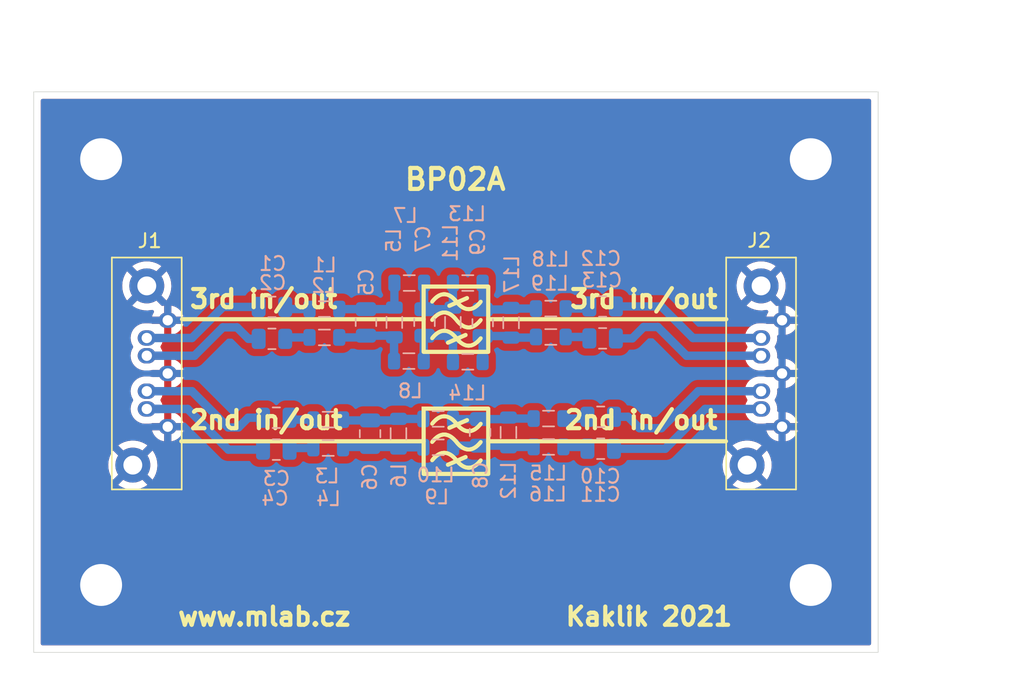
<source format=kicad_pcb>
(kicad_pcb (version 20210228) (generator pcbnew)
  (layers (0 "F.Cu" signal) (31 "B.Cu" signal) (34 "B.Paste" user) (35 "F.Paste" user) (36 "B.SilkS" user "B.Silkscreen") (37 "F.SilkS" user "F.Silkscreen") (38 "B.Mask" user) (39 "F.Mask" user) (44 "Edge.Cuts" user))
  (net 0 "")
  (net 1 "Net-(C1-Pad1)")
  (net 2 "3rd_order_in_P")
  (net 3 "Net-(C2-Pad1)")
  (net 4 "3rd_order_in_N")
  (net 5 "Net-(C3-Pad1)")
  (net 6 "2rd_order_in_P")
  (net 7 "2rd_order_in_N")
  (net 8 "Net-(C4-Pad2)")
  (net 9 "Net-(C5-Pad1)")
  (net 10 "Net-(C5-Pad2)")
  (net 11 "Net-(C6-Pad1)")
  (net 12 "Net-(C6-Pad2)")
  (net 13 "Net-(C7-Pad1)")
  (net 14 "Net-(C7-Pad2)")
  (net 15 "Net-(C8-Pad1)")
  (net 16 "Net-(C8-Pad2)")
  (net 17 "Net-(C9-Pad1)")
  (net 18 "Net-(C9-Pad2)")
  (net 19 "2rd_order_out_P")
  (net 20 "Net-(C10-Pad2)")
  (net 21 "Net-(C11-Pad1)")
  (net 22 "2rd_order_out_N")
  (net 23 "3rd_order_out_P")
  (net 24 "Net-(C12-Pad2)")
  (net 25 "3rd_order_out_N")
  (net 26 "Net-(C13-Pad2)")
  (net 27 "GND")
  (footprint "Mlab_Mechanical:MountingHole_3mm" (layer "F.Cu") (at 5.08 -35.56)
    (fp_text reference "M1" hide)
    (fp_text value "HOLE" hide)
  )
  (footprint "Mlab_Mechanical:MountingHole_3mm" (layer "F.Cu") (at 55.88 -5.08)
    (fp_text reference "M3" hide)
    (fp_text value "HOLE" hide)
  )
  (footprint "Mlab_CON:SATA-7_THT_VERT_2" (layer "F.Cu") (at 9.849 -24.03 90)
    (fp_text reference "J1")
    (fp_text value "SATA7-67491-1030" hide)
  )
  (footprint "Mlab_CON:SATA-7_THT_VERT_2" (layer "F.Cu") (at 53.824 -24.03 90)
    (fp_text reference "J2")
    (fp_text value "SATA7-67491-1030" hide)
  )
  (footprint "Mlab_Mechanical:MountingHole_3mm" (layer "F.Cu") (at 5.08 -5.08)
    (fp_text reference "M4" hide)
    (fp_text value "HOLE" hide)
  )
  (footprint "Mlab_Mechanical:MountingHole_3mm" (layer "F.Cu") (at 55.88 -35.56)
    (fp_text reference "M2" hide)
    (fp_text value "HOLE" hide)
  )
  (footprint "Inductor_SMD:L_0805_2012Metric" (layer "B.Cu") (at 29.21 -14.9352)
    (fp_text reference "L10")
    (fp_text value "39nH")
  )
  (footprint "Capacitor_SMD:C_0805_2012Metric" (layer "B.Cu") (at 24.0386 -23.876 90)
    (fp_text reference "C5")
    (fp_text value "18pF")
  )
  (footprint "Inductor_SMD:L_0805_2012Metric" (layer "B.Cu") (at 21.063 -24.8328)
    (fp_text reference "L1")
    (fp_text value "27nH")
  )
  (footprint "Inductor_SMD:L_0805_2012Metric" (layer "B.Cu") (at 31.3284 -26.6954)
    (fp_text reference "L13")
    (fp_text value "82nH")
  )
  (footprint "Capacitor_SMD:C_0805_2012Metric" (layer "B.Cu") (at 40.9804 -25.019 180)
    (fp_text reference "C12")
    (fp_text value "100pF")
  )
  (footprint "Inductor_SMD:L_0805_2012Metric" (layer "B.Cu") (at 37.272 -24.8666)
    (fp_text reference "L18")
    (fp_text value "27nH")
  )
  (footprint "Capacitor_SMD:C_0805_2012Metric" (layer "B.Cu") (at 24.3332 -15.9106 -90)
    (fp_text reference "C6")
    (fp_text value "33pF")
  )
  (footprint "Inductor_SMD:L_0805_2012Metric" (layer "B.Cu") (at 34.2392 -16.002 -90)
    (fp_text reference "L12")
    (fp_text value "4.7nH")
  )
  (footprint "Inductor_SMD:L_0805_2012Metric" (layer "B.Cu") (at 37.272 -22.8346 180)
    (fp_text reference "L19")
    (fp_text value "27nH")
  )
  (footprint "Inductor_SMD:L_0805_2012Metric" (layer "B.Cu") (at 21.336 -16.9164)
    (fp_text reference "L3")
    (fp_text value "22nH")
  )
  (footprint "Inductor_SMD:L_0805_2012Metric" (layer "B.Cu") (at 30.2616 -23.8717 -90)
    (fp_text reference "L11")
    (fp_text value "10nH")
  )
  (footprint "Inductor_SMD:L_0805_2012Metric" (layer "B.Cu") (at 37.1094 -16.9926)
    (fp_text reference "L15")
    (fp_text value "18nH")
  )
  (footprint "Capacitor_SMD:C_0805_2012Metric" (layer "B.Cu") (at 17.3081 -22.6992 180)
    (fp_text reference "C2")
    (fp_text value "100pF")
  )
  (footprint "Capacitor_SMD:C_0805_2012Metric" (layer "B.Cu") (at 32.2072 -16.002 -90)
    (fp_text reference "C8")
    (fp_text value "39pF")
  )
  (footprint "Inductor_SMD:L_0805_2012Metric" (layer "B.Cu") (at 21.063 -22.8008 180)
    (fp_text reference "L2")
    (fp_text value "27nH")
  )
  (footprint "Capacitor_SMD:C_0805_2012Metric" (layer "B.Cu") (at 17.6216 -14.7676)
    (fp_text reference "C4")
    (fp_text value "100pF")
  )
  (footprint "Capacitor_SMD:C_0805_2012Metric" (layer "B.Cu") (at 17.6216 -17.0536 180)
    (fp_text reference "C3")
    (fp_text value "100pF")
  )
  (footprint "Inductor_SMD:L_0805_2012Metric" (layer "B.Cu") (at 29.21 -16.9672)
    (fp_text reference "L9")
    (fp_text value "39nH")
  )
  (footprint "Inductor_SMD:L_0805_2012Metric" (layer "B.Cu") (at 31.3284 -21.0566 180)
    (fp_text reference "L14")
    (fp_text value "82nH")
  )
  (footprint "Inductor_SMD:L_0805_2012Metric" (layer "B.Cu") (at 34.4272 -23.8506 -90)
    (fp_text reference "L17")
    (fp_text value "10nH")
  )
  (footprint "Inductor_SMD:L_0805_2012Metric" (layer "B.Cu") (at 37.1094 -14.9606)
    (fp_text reference "L16")
    (fp_text value "18nH")
  )
  (footprint "Inductor_SMD:L_0805_2012Metric" (layer "B.Cu") (at 21.336 -14.8844)
    (fp_text reference "L4")
    (fp_text value "22nH")
  )
  (footprint "Inductor_SMD:L_0805_2012Metric" (layer "B.Cu") (at 26.0706 -23.876 -90)
    (fp_text reference "L5")
    (fp_text value "10nH")
  )
  (footprint "Capacitor_SMD:C_0805_2012Metric" (layer "B.Cu") (at 40.9804 -22.733 180)
    (fp_text reference "C13")
    (fp_text value "100pF")
  )
  (footprint "Capacitor_SMD:C_0805_2012Metric" (layer "B.Cu") (at 40.8432 -17.1196 180)
    (fp_text reference "C10")
    (fp_text value "100pF")
  )
  (footprint "Capacitor_SMD:C_0805_2012Metric" (layer "B.Cu") (at 32.3952 -23.8506 90)
    (fp_text reference "C9")
    (fp_text value "18pF")
  )
  (footprint "Capacitor_SMD:C_0805_2012Metric" (layer "B.Cu") (at 40.8432 -14.8336)
    (fp_text reference "C11")
    (fp_text value "100pF")
  )
  (footprint "Inductor_SMD:L_0805_2012Metric" (layer "B.Cu") (at 27.112 -21.1074 180)
    (fp_text reference "L8")
    (fp_text value "82nH")
  )
  (footprint "Inductor_SMD:L_0805_2012Metric" (layer "B.Cu") (at 27.1374 -26.6954)
    (fp_text reference "L7")
    (fp_text value "82nH")
  )
  (footprint "Capacitor_SMD:C_0805_2012Metric" (layer "B.Cu") (at 28.2296 -23.8717 90)
    (fp_text reference "C7")
    (fp_text value "18pF")
  )
  (footprint "Capacitor_SMD:C_0805_2012Metric" (layer "B.Cu") (at 17.3081 -24.9852 180)
    (fp_text reference "C1")
    (fp_text value "100pF")
  )
  (footprint "Inductor_SMD:L_0805_2012Metric" (layer "B.Cu") (at 26.3652 -15.9106 -90)
    (fp_text reference "L6")
    (fp_text value "5.6nH")
  )
  (gr_line (start 31.070836 -23.586932) (end 31.015176 -23.613575) (layer "F.SilkS") (width 0.281999))
  (gr_line (start 31.126467 -13.518662) (end 31.070836 -13.540976) (layer "F.SilkS") (width 0.281999))
  (gr_line (start 30.658927 -25.2166) (end 30.658927 -25.2166) (layer "F.SilkS") (width 0.028222))
  (gr_line (start 31.403552 -16.087875) (end 31.348338 -16.088914) (layer "F.SilkS") (width 0.281999))
  (gr_line (start 30.017243 -24.489912) (end 30.072927 -24.458916) (layer "F.SilkS") (width 0.281999))
  (gr_line (start 29.794856 -25.878964) (end 29.850365 -25.865234) (layer "F.SilkS") (width 0.281999))
  (gr_line (start 31.51355 -22.2192) (end 31.458629 -22.211903) (layer "F.SilkS") (width 0.281999))
  (gr_line (start 29.909 -22.426) (end 31.169 -22.976) (layer "F.SilkS") (width 0.3))
  (gr_line (start 31.293004 -22.215047) (end 31.237569 -22.224523) (layer "F.SilkS") (width 0.281999))
  (gr_line (start 28.776927 -22.742888) (end 28.82776 -22.805772) (layer "F.SilkS") (width 0.281999))
  (gr_line (start 31.126467 -23.564618) (end 31.070836 -23.586932) (layer "F.SilkS") (width 0.281999))
  (gr_line (start 31.945131 -23.732579) (end 31.892109 -23.692924) (layer "F.SilkS") (width 0.281999))
  (gr_line (start 32.205091 -15.251759) (end 32.153846 -15.192684) (layer "F.SilkS") (width 0.281999))
  (gr_line (start 30.737078 -15.074989) (end 30.681625 -15.128125) (layer "F.SilkS") (width 0.281999))
  (gr_line (start 28.930622 -15.490843) (end 28.982615 -15.542224) (layer "F.SilkS") (width 0.281999))
  (gr_line (start 31.677196 -22.265779) (end 31.622851 -22.246163) (layer "F.SilkS") (width 0.281999))
  (gr_line (start 31.568296 -16.10974) (end 31.51355 -16.098312) (layer "F.SilkS") (width 0.281999))
  (gr_line (start 31.070836 -16.157688) (end 31.015176 -16.184331) (layer "F.SilkS") (width 0.281999))
  (gr_line (start 29.68412 -17.156085) (end 29.739435 -17.15084) (layer "F.SilkS") (width 0.281999))
  (gr_line (start 30.79261 -25.072287) (end 30.737078 -25.120945) (layer "F.SilkS") (width 0.281999))
  (gr_line (start 29.247503 -25.786329) (end 29.301341 -25.814034) (layer "F.SilkS") (width 0.281999))
  (gr_line (start 28.878998 -22.864847) (end 28.930622 -22.920087) (layer "F.SilkS") (width 0.281999))
  (gr_line (start 29.193927 -23.137903) (end 29.247503 -23.169617) (layer "F.SilkS") (width 0.281999))
  (gr_line (start 31.568296 -22.230628) (end 31.51355 -22.2192) (layer "F.SilkS") (width 0.281999))
  (gr_line (start 29.355426 -15.791752) (end 29.40974 -15.811368) (layer "F.SilkS") (width 0.281999))
  (gr_line (start 30.79261 -23.763931) (end 30.737078 -23.812589) (layer "F.SilkS") (width 0.281999))
  (gr_line (start 32.255927 -15.314644) (end 32.205091 -15.251759) (layer "F.SilkS") (width 0.281999))
  (gr_line (start 30.658927 -15.170644) (end 30.658927 -15.170644) (layer "F.SilkS") (width 0.028222))
  (gr_line (start 31.015176 -24.921931) (end 30.959505 -24.952928) (layer "F.SilkS") (width 0.281999))
  (gr_line (start 31.403552 -14.779519) (end 31.348338 -14.780558) (layer "F.SilkS") (width 0.281999))
  (gr_line (start 31.403552 -24.825475) (end 31.348338 -24.826514) (layer "F.SilkS") (width 0.281999))
  (gr_line (start 30.62627 -23.923363) (end 30.571032 -23.985528) (layer "F.SilkS") (width 0.281999))
  (gr_line (start 30.461735 -15.38036) (end 30.516927 -15.313644) (layer "F.SilkS") (width 0.281999))
  (gr_line (start 32.050199 -25.13202) (end 31.997833 -25.084523) (layer "F.SilkS") (width 0.281999))
  (gr_line (start 29.247503 -17.048729) (end 29.301341 -17.076434) (layer "F.SilkS") (width 0.281999))
  (gr_line (start 28.878998 -16.743959) (end 28.930622 -16.799199) (layer "F.SilkS") (width 0.281999))
  (gr_line (start 30.681625 -22.557369) (end 30.62627 -22.615007) (layer "F.SilkS") (width 0.281999))
  (gr_line (start 31.293004 -23.523403) (end 31.237569 -23.532879) (layer "F.SilkS") (width 0.281999))
  (gr_line (start 30.62627 -22.615007) (end 30.571032 -22.677172) (layer "F.SilkS") (width 0.281999))
  (gr_line (start 29.301341 -17.076434) (end 29.355426 -17.100108) (layer "F.SilkS") (width 0.281999))
  (gr_line (start 32.205091 -13.943403) (end 32.153846 -13.884328) (layer "F.SilkS") (width 0.281999))
  (gr_line (start 30.848204 -16.290481) (end 30.79261 -16.334687) (layer "F.SilkS") (width 0.281999))
  (gr_line (start 29.40974 -17.119724) (end 29.464264 -17.135259) (layer "F.SilkS") (width 0.281999))
  (gr_line (start 30.658927 -16.479) (end 30.658927 -16.479) (layer "F.SilkS") (width 0.028222))
  (gr_line (start 31.731312 -24.906165) (end 31.677196 -24.882491) (layer "F.SilkS") (width 0.281999))
  (gr_line (start 30.62627 -25.231719) (end 30.571032 -25.293884) (layer "F.SilkS") (width 0.281999))
  (gr_line (start 29.573876 -25.891584) (end 29.628927 -25.894725) (layer "F.SilkS") (width 0.281999))
  (gr_line (start 30.128612 -23.115185) (end 30.184279 -23.075406) (layer "F.SilkS") (width 0.281999))
  (gr_line (start 32.102209 -13.829088) (end 32.050199 -13.777708) (layer "F.SilkS") (width 0.281999))
  (gr_line (start 29.140633 -15.672963) (end 29.193927 -15.708659) (layer "F.SilkS") (width 0.281999))
  (gr_line (start 31.51355 -14.789956) (end 31.458629 -14.782659) (layer "F.SilkS") (width 0.281999))
  (gr_line (start 28.776927 -14.005288) (end 28.82776 -14.068172) (layer "F.SilkS") (width 0.281999))
  (gr_line (start 31.785182 -24.933871) (end 31.731312 -24.906165) (layer "F.SilkS") (width 0.281999))
  (gr_line (start 29.40974 -25.857324) (end 29.464264 -25.872859) (layer "F.SilkS") (width 0.281999))
  (gr_line (start 31.348338 -23.518158) (end 31.293004 -23.523403) (layer "F.SilkS") (width 0.281999))
  (gr_line (start 30.40642 -25.48848) (end 30.461735 -25.426316) (layer "F.SilkS") (width 0.281999))
  (gr_line (start 29.794856 -23.262252) (end 29.850365 -23.248522) (layer "F.SilkS") (width 0.281999))
  (gr_line (start 30.29549 -25.599254) (end 30.350999 -25.546118) (layer "F.SilkS") (width 0.281999))
  (gr_line (start 28.878998 -25.481559) (end 28.930622 -25.536799) (layer "F.SilkS") (width 0.281999))
  (gr_line (start 29.961576 -25.824911) (end 30.017243 -25.798268) (layer "F.SilkS") (width 0.281999))
  (gr_line (start 30.903842 -14.942347) (end 30.848204 -14.982125) (layer "F.SilkS") (width 0.281999))
  (gr_line (start 30.350999 -16.808518) (end 30.40642 -16.75088) (layer "F.SilkS") (width 0.281999))
  (gr_line (start 29.247503 -24.477973) (end 29.301341 -24.505678) (layer "F.SilkS") (width 0.281999))
  (gr_line (start 31.51355 -16.098312) (end 31.458629 -16.091015) (layer "F.SilkS") (width 0.281999))
  (gr_line (start 31.622851 -24.862875) (end 31.568296 -24.84734) (layer "F.SilkS") (width 0.281999))
  (gr_line (start 32.153846 -23.930284) (end 32.102209 -23.875044) (layer "F.SilkS") (width 0.281999))
  (gr_line (start 30.29549 -14.244942) (end 30.350999 -14.191806) (layer "F.SilkS") (width 0.281999))
  (gr_line (start 30.017243 -23.181556) (end 30.072927 -23.15056) (layer "F.SilkS") (width 0.281999))
  (gr_line (start 30.017243 -25.798268) (end 30.072927 -25.767272) (layer "F.SilkS") (width 0.281999))
  (gr_line (start 31.458629 -13.474303) (end 31.403552 -13.471163) (layer "F.SilkS") (width 0.281999))
  (gr_line (start 29.140633 -25.718919) (end 29.193927 -25.754615) (layer "F.SilkS") (width 0.281999))
  (gr_line (start 29.850365 -15.819278) (end 29.905944 -15.801269) (layer "F.SilkS") (width 0.281999))
  (gr_line (start 28.82776 -22.805772) (end 28.878998 -22.864847) (layer "F.SilkS") (width 0.281999))
  (gr_line (start 30.737078 -25.120945) (end 30.681625 -25.174081) (layer "F.SilkS") (width 0.281999))
  (gr_line (start 31.838787 -13.611272) (end 31.785182 -13.579559) (layer "F.SilkS") (width 0.281999))
  (gr_line (start 31.458629 -24.828615) (end 31.403552 -24.825475) (layer "F.SilkS") (width 0.281999))
  (gr_line (start 30.959505 -16.215328) (end 30.903842 -16.250703) (layer "F.SilkS") (width 0.281999))
  (gr_line (start 28.82776 -15.376528) (end 28.878998 -15.435603) (layer "F.SilkS") (width 0.281999))
  (gr_line (start 31.126467 -24.872974) (end 31.070836 -24.895288) (layer "F.SilkS") (width 0.281999))
  (gr_line (start 29.794856 -15.833008) (end 29.850365 -15.819278) (layer "F.SilkS") (width 0.281999))
  (gr_line (start 30.571032 -16.556284) (end 30.515927 -16.623) (layer "F.SilkS") (width 0.281999))
  (gr_line (start 30.62627 -13.877407) (end 30.571032 -13.939572) (layer "F.SilkS") (width 0.281999))
  (gr_line (start 31.677196 -24.882491) (end 31.622851 -24.862875) (layer "F.SilkS") (width 0.281999))
  (gr_line (start 31.126467 -22.256262) (end 31.070836 -22.278576) (layer "F.SilkS") (width 0.281999))
  (gr_line (start 30.184279 -23.075406) (end 30.239911 -23.031201) (layer "F.SilkS") (width 0.281999))
  (gr_line (start 29.03496 -23.018964) (end 29.087638 -23.062552) (layer "F.SilkS") (width 0.281999))
  (gr_line (start 31.677196 -16.144891) (end 31.622851 -16.125275) (layer "F.SilkS") (width 0.281999))
  (gr_line (start 31.070836 -13.540976) (end 31.015176 -13.567619) (layer "F.SilkS") (width 0.281999))
  (gr_line (start 28.982615 -22.971468) (end 29.03496 -23.018964) (layer "F.SilkS") (width 0.281999))
  (gr_line (start 30.072927 -17.029672) (end 30.128612 -16.994297) (layer "F.SilkS") (width 0.281999))
  (gr_line (start 30.737078 -16.383345) (end 30.681625 -16.436481) (layer "F.SilkS") (width 0.281999))
  (gr_line (start 28.878998 -15.435603) (end 28.930622 -15.490843) (layer "F.SilkS") (width 0.281999))
  (gr_line (start 30.239911 -24.339557) (end 30.29549 -24.290898) (layer "F.SilkS") (width 0.281999))
  (gr_line (start 31.568296 -14.801384) (end 31.51355 -14.789956) (layer "F.SilkS") (width 0.281999))
  (gr_line (start 28.982615 -14.233868) (end 29.03496 -14.281364) (layer "F.SilkS") (width 0.281999))
  (gr_line (start 29.03496 -25.635676) (end 29.087638 -25.679264) (layer "F.SilkS") (width 0.281999))
  (gr_line (start 29.247503 -23.169617) (end 29.301341 -23.197322) (layer "F.SilkS") (width 0.281999))
  (gr_line (start 30.658927 -23.908244) (end 30.658927 -23.908244) (layer "F.SilkS") (width 0.028222))
  (gr_line (start 29.140633 -14.364607) (end 29.193927 -14.400303) (layer "F.SilkS") (width 0.281999))
  (gr_line (start 32.102209 -16.4458) (end 32.050199 -16.39442) (layer "F.SilkS") (width 0.281999))
  (gr_line (start 28.82776 -16.684884) (end 28.878998 -16.743959) (layer "F.SilkS") (width 0.281999))
  (gr_line (start 29.905944 -17.109625) (end 29.961576 -17.087311) (layer "F.SilkS") (width 0.281999))
  (gr_line (start 29.140633 -16.981319) (end 29.193927 -17.017015) (layer "F.SilkS") (width 0.281999))
  (gr_line (start 30.184279 -14.337806) (end 30.239911 -14.293601) (layer "F.SilkS") (width 0.281999))
  (gr_line (start 31.892109 -25.00128) (end 31.838787 -24.965584) (layer "F.SilkS") (width 0.281999))
  (gr_line (start 29.087638 -16.941664) (end 29.140633 -16.981319) (layer "F.SilkS") (width 0.281999))
  (gr_line (start 29.355426 -23.220996) (end 29.40974 -23.240612) (layer "F.SilkS") (width 0.281999))
  (gr_line (start 32.102209 -25.1834) (end 32.050199 -25.13202) (layer "F.SilkS") (width 0.281999))
  (gr_line (start 29.628927 -23.278013) (end 29.68412 -23.276973) (layer "F.SilkS") (width 0.281999))
  (gr_line (start 31.997833 -23.776167) (end 31.945131 -23.732579) (layer "F.SilkS") (width 0.281999))
  (gr_line (start 31.892109 -23.692924) (end 31.838787 -23.657228) (layer "F.SilkS") (width 0.281999))
  (gr_line (start 30.350999 -22.929406) (end 30.40642 -22.871768) (layer "F.SilkS") (width 0.281999))
  (gr_line (start 32.153846 -22.621928) (end 32.102209 -22.566688) (layer "F.SilkS") (width 0.281999))
  (gr_line (start 30.681625 -13.819769) (end 30.62627 -13.877407) (layer "F.SilkS") (width 0.281999))
  (gr_line (start 31.18205 -14.809009) (end 31.126467 -14.827018) (layer "F.SilkS") (width 0.281999))
  (gr_line (start 29.03496 -14.281364) (end 29.087638 -14.324952) (layer "F.SilkS") (width 0.281999))
  (gr_line (start 30.903842 -13.633991) (end 30.848204 -13.673769) (layer "F.SilkS") (width 0.281999))
  (gr_line (start 31.997833 -16.346923) (end 31.945131 -16.303335) (layer "F.SilkS") (width 0.281999))
  (gr_line (start 31.945131 -13.686623) (end 31.892109 -13.646968) (layer "F.SilkS") (width 0.281999))
  (gr_line (start 30.658927 -22.599888) (end 30.658927 -22.599888) (layer "F.SilkS") (width 0.028222))
  (gr_line (start 30.128612 -25.731897) (end 30.184279 -25.692118) (layer "F.SilkS") (width 0.281999))
  (gr_line (start 31.731312 -13.551853) (end 31.677196 -13.528179) (layer "F.SilkS") (width 0.281999))
  (gr_line (start 28.776927 -16.622) (end 28.82776 -16.684884) (layer "F.SilkS") (width 0.281999))
  (gr_line (start 29.464264 -15.826903) (end 29.518982 -15.838331) (layer "F.SilkS") (width 0.281999))
  (gr_line (start 30.461735 -24.11796) (end 30.516927 -24.051244) (layer "F.SilkS") (width 0.281999))
  (gr_line (start 30.017243 -14.443956) (end 30.072927 -14.41296) (layer "F.SilkS") (width 0.281999))
  (gr_line (start 31.785182 -14.887915) (end 31.731312 -14.860209) (layer "F.SilkS") (width 0.281999))
  (gr_line (start 29.961576 -23.208199) (end 30.017243 -23.181556) (layer "F.SilkS") (width 0.281999))
  (gr_line (start 32.153846 -15.192684) (end 32.102209 -15.137444) (layer "F.SilkS") (width 0.281999))
  (gr_line (start 28.878998 -14.127247) (end 28.930622 -14.182487) (layer "F.SilkS") (width 0.281999))
  (gr_line (start 28.776927 -25.3596) (end 28.82776 -25.422484) (layer "F.SilkS") (width 0.281999))
  (gr_line (start 29.140633 -23.102207) (end 29.193927 -23.137903) (layer "F.SilkS") (width 0.281999))
  (gr_line (start 30.62627 -16.494119) (end 30.571032 -16.556284) (layer "F.SilkS") (width 0.281999))
  (gr_line (start 30.737078 -23.812589) (end 30.681625 -23.865725) (layer "F.SilkS") (width 0.281999))
  (gr_line (start 31.838787 -14.919628) (end 31.785182 -14.887915) (layer "F.SilkS") (width 0.281999))
  (gr_line (start 30.128612 -24.423541) (end 30.184279 -24.383762) (layer "F.SilkS") (width 0.281999))
  (gr_line (start 30.350999 -14.191806) (end 30.40642 -14.134168) (layer "F.SilkS") (width 0.281999))
  (gr_line (start 29.573876 -23.274872) (end 29.628927 -23.278013) (layer "F.SilkS") (width 0.281999))
  (gr_line (start 29.628927 -24.586369) (end 29.68412 -24.585329) (layer "F.SilkS") (width 0.281999))
  (gr_line (start 31.51355 -23.527556) (end 31.458629 -23.520259) (layer "F.SilkS") (width 0.281999))
  (gr_line (start 29.193927 -15.708659) (end 29.247503 -15.740373) (layer "F.SilkS") (width 0.281999))
  (gr_line (start 29.518982 -14.529975) (end 29.573876 -14.537272) (layer "F.SilkS") (width 0.281999))
  (gr_line (start 30.79261 -13.717975) (end 30.737078 -13.766633) (layer "F.SilkS") (width 0.281999))
  (gr_line (start 30.350999 -24.237762) (end 30.40642 -24.180124) (layer "F.SilkS") (width 0.281999))
  (gr_line (start 31.568296 -13.493028) (end 31.51355 -13.4816) (layer "F.SilkS") (width 0.281999))
  (gr_line (start 31.731312 -14.860209) (end 31.677196 -14.836535) (layer "F.SilkS") (width 0.281999))
  (gr_line (start 31.293004 -13.477447) (end 31.237569 -13.486923) (layer "F.SilkS") (width 0.281999))
  (gr_line (start 31.070836 -14.849332) (end 31.015176 -14.875975) (layer "F.SilkS") (width 0.281999))
  (gr_line (start 30.072927 -15.721316) (end 30.128612 -15.685941) (layer "F.SilkS") (width 0.281999))
  (gr_line (start 31.348338 -24.826514) (end 31.293004 -24.831759) (layer "F.SilkS") (width 0.281999))
  (gr_line (start 32.153846 -13.884328) (end 32.102209 -13.829088) (layer "F.SilkS") (width 0.281999))
  (gr_line (start 28.1686 -15.367) (end 10.8204 -15.367) (layer "F.SilkS") (width 0.3))
  (gr_line (start 31.568296 -24.84734) (end 31.51355 -24.835912) (layer "F.SilkS") (width 0.281999))
  (gr_line (start 30.128612 -15.685941) (end 30.184279 -15.646162) (layer "F.SilkS") (width 0.281999))
  (gr_line (start 31.622851 -14.816919) (end 31.568296 -14.801384) (layer "F.SilkS") (width 0.281999))
  (gr_line (start 29.850365 -24.556878) (end 29.905944 -24.538869) (layer "F.SilkS") (width 0.281999))
  (gr_line (start 31.237569 -24.841235) (end 31.18205 -24.854965) (layer "F.SilkS") (width 0.281999))
  (gr_line (start 29.850365 -25.865234) (end 29.905944 -25.847225) (layer "F.SilkS") (width 0.281999))
  (gr_line (start 29.573876 -14.537272) (end 29.628927 -14.540413) (layer "F.SilkS") (width 0.281999))
  (gr_line (start 28.878998 -24.173203) (end 28.930622 -24.228443) (layer "F.SilkS") (width 0.281999))
  (gr_line (start 29.628927 -14.540413) (end 29.68412 -14.539373) (layer "F.SilkS") (width 0.281999))
  (gr_line (start 30.40642 -16.75088) (end 30.461735 -16.688716) (layer "F.SilkS") (width 0.281999))
  (gr_line (start 29.140633 -24.410563) (end 29.193927 -24.446259) (layer "F.SilkS") (width 0.281999))
  (gr_line (start 31.403552 -22.208763) (end 31.348338 -22.209802) (layer "F.SilkS") (width 0.281999))
  (gr_line (start 29.628927 -15.848769) (end 29.68412 -15.847729) (layer "F.SilkS") (width 0.281999))
  (gr_line (start 28.982615 -24.279824) (end 29.03496 -24.32732) (layer "F.SilkS") (width 0.281999))
  (gr_line (start 29.961576 -15.778955) (end 30.017243 -15.752312) (layer "F.SilkS") (width 0.281999))
  (gr_line (start 29.518982 -17.146687) (end 29.573876 -17.153984) (layer "F.SilkS") (width 0.281999))
  (gr_line (start 31.403552 -23.517119) (end 31.348338 -23.518158) (layer "F.SilkS") (width 0.281999))
  (gr_line (start 29.193927 -14.400303) (end 29.247503 -14.432017) (layer "F.SilkS") (width 0.281999))
  (gr_line (start 30.184279 -24.383762) (end 30.239911 -24.339557) (layer "F.SilkS") (width 0.281999))
  (gr_line (start 29.794856 -14.524652) (end 29.850365 -14.510922) (layer "F.SilkS") (width 0.281999))
  (gr_line (start 29.464264 -23.256147) (end 29.518982 -23.267575) (layer "F.SilkS") (width 0.281999))
  (gr_line (start 31.622851 -16.125275) (end 31.568296 -16.10974) (layer "F.SilkS") (width 0.281999))
  (gr_line (start 30.239911 -23.031201) (end 30.29549 -22.982542) (layer "F.SilkS") (width 0.281999))
  (gr_line (start 29.68412 -14.539373) (end 29.739435 -14.534128) (layer "F.SilkS") (width 0.281999))
  (gr_line (start 29.301341 -14.459722) (end 29.355426 -14.483396) (layer "F.SilkS") (width 0.281999))
  (gr_line (start 29.301341 -15.768078) (end 29.355426 -15.791752) (layer "F.SilkS") (width 0.281999))
  (gr_line (start 30.40642 -14.134168) (end 30.461735 -14.072004) (layer "F.SilkS") (width 0.281999))
  (gr_line (start 31.997833 -25.084523) (end 31.945131 -25.040935) (layer "F.SilkS") (width 0.281999))
  (gr_line (start 29.087638 -24.370908) (end 29.140633 -24.410563) (layer "F.SilkS") (width 0.281999))
  (gr_line (start 30.681625 -16.436481) (end 30.62627 -16.494119) (layer "F.SilkS") (width 0.281999))
  (gr_line (start 30.29549 -22.982542) (end 30.350999 -22.929406) (layer "F.SilkS") (width 0.281999))
  (gr_line (start 31.18205 -13.500653) (end 31.126467 -13.518662) (layer "F.SilkS") (width 0.281999))
  (gr_line (start 31.458629 -23.520259) (end 31.403552 -23.517119) (layer "F.SilkS") (width 0.281999))
  (gr_line (start 30.128612 -16.994297) (end 30.184279 -16.954518) (layer "F.SilkS") (width 0.281999))
  (gr_line (start 30.017243 -15.752312) (end 30.072927 -15.721316) (layer "F.SilkS") (width 0.281999))
  (gr_line (start 31.293004 -16.094159) (end 31.237569 -16.103635) (layer "F.SilkS") (width 0.281999))
  (gr_line (start 29.193927 -17.017015) (end 29.247503 -17.048729) (layer "F.SilkS") (width 0.281999))
  (gr_line (start 29.355426 -24.529352) (end 29.40974 -24.548968) (layer "F.SilkS") (width 0.281999))
  (gr_line (start 32.153846 -16.50104) (end 32.102209 -16.4458) (layer "F.SilkS") (width 0.281999))
  (gr_line (start 32.205091 -23.989359) (end 32.153846 -23.930284) (layer "F.SilkS") (width 0.281999))
  (gr_line (start 30.848204 -22.411369) (end 30.79261 -22.455575) (layer "F.SilkS") (width 0.281999))
  (gr_line (start 31.622851 -22.246163) (end 31.568296 -22.230628) (layer "F.SilkS") (width 0.281999))
  (gr_line (start 32.7914 -15.367) (end 49.8094 -15.367) (layer "F.SilkS") (width 0.3))
  (gr_line (start 32.050199 -15.086064) (end 31.997833 -15.038567) (layer "F.SilkS") (width 0.281999))
  (gr_line (start 31.015176 -23.613575) (end 30.959505 -23.644572) (layer "F.SilkS") (width 0.281999))
  (gr_line (start 31.838787 -16.227984) (end 31.785182 -16.196271) (layer "F.SilkS") (width 0.281999))
  (gr_line (start 28.930622 -22.920087) (end 28.982615 -22.971468) (layer "F.SilkS") (width 0.281999))
  (gr_line (start 31.51355 -24.835912) (end 31.458629 -24.828615) (layer "F.SilkS") (width 0.281999))
  (gr_line (start 30.239911 -25.647913) (end 30.29549 -25.599254) (layer "F.SilkS") (width 0.281999))
  (gr_line (start 29.909 -13.6884) (end 31.169 -14.2384) (layer "F.SilkS") (width 0.3))
  (gr_line (start 28.982615 -15.542224) (end 29.03496 -15.58972) (layer "F.SilkS") (width 0.281999))
  (gr_line (start 29.518982 -25.884287) (end 29.573876 -25.891584) (layer "F.SilkS") (width 0.281999))
  (gr_line (start 30.959505 -23.644572) (end 30.903842 -23.679947) (layer "F.SilkS") (width 0.281999))
  (gr_line (start 29.961576 -17.087311) (end 30.017243 -17.060668) (layer "F.SilkS") (width 0.281999))
  (gr_line (start 31.731312 -22.289453) (end 31.677196 -22.265779) (layer "F.SilkS") (width 0.281999))
  (gr_line (start 30.571032 -15.247928) (end 30.515927 -15.314644) (layer "F.SilkS") (width 0.281999))
  (gr_line (start 29.301341 -25.814034) (end 29.355426 -25.837708) (layer "F.SilkS") (width 0.281999))
  (gr_line (start 30.40642 -15.442524) (end 30.461735 -15.38036) (layer "F.SilkS") (width 0.281999))
  (gr_line (start 28.776927 -24.051244) (end 28.82776 -24.114128) (layer "F.SilkS") (width 0.281999))
  (gr_line (start 30.29549 -15.553298) (end 30.350999 -15.500162) (layer "F.SilkS") (width 0.281999))
  (gr_line (start 29.905944 -23.230513) (end 29.961576 -23.208199) (layer "F.SilkS") (width 0.281999))
  (gr_line (start 30.184279 -16.954518) (end 30.239911 -16.910313) (layer "F.SilkS") (width 0.281999))
  (gr_line (start 31.677196 -14.836535) (end 31.622851 -14.816919) (layer "F.SilkS") (width 0.281999))
  (gr_line (start 29.905944 -15.801269) (end 29.961576 -15.778955) (layer "F.SilkS") (width 0.281999))
  (gr_line (start 30.903842 -16.250703) (end 30.848204 -16.290481) (layer "F.SilkS") (width 0.281999))
  (gr_line (start 29.628927 -25.894725) (end 29.68412 -25.893685) (layer "F.SilkS") (width 0.281999))
  (gr_line (start 29.739435 -24.580084) (end 29.794856 -24.570608) (layer "F.SilkS") (width 0.281999))
  (gr_line (start 29.905944 -14.492913) (end 29.961576 -14.470599) (layer "F.SilkS") (width 0.281999))
  (gr_line (start 30.461735 -14.072004) (end 30.516927 -14.005288) (layer "F.SilkS") (width 0.281999))
  (gr_line (start 29.40974 -14.503012) (end 29.464264 -14.518547) (layer "F.SilkS") (width 0.281999))
  (gr_line (start 31.892109 -16.26368) (end 31.838787 -16.227984) (layer "F.SilkS") (width 0.281999))
  (gr_line (start 31.997833 -13.730211) (end 31.945131 -13.686623) (layer "F.SilkS") (width 0.281999))
  (gr_line (start 29.794856 -24.570608) (end 29.850365 -24.556878) (layer "F.SilkS") (width 0.281999))
  (gr_line (start 28.82776 -25.422484) (end 28.878998 -25.481559) (layer "F.SilkS") (width 0.281999))
  (gr_line (start 31.237569 -16.103635) (end 31.18205 -16.117365) (layer "F.SilkS") (width 0.281999))
  (gr_line (start 29.68412 -24.585329) (end 29.739435 -24.580084) (layer "F.SilkS") (width 0.281999))
  (gr_line (start 30.681625 -23.865725) (end 30.62627 -23.923363) (layer "F.SilkS") (width 0.281999))
  (gr_line (start 29.850365 -14.510922) (end 29.905944 -14.492913) (layer "F.SilkS") (width 0.281999))
  (gr_line (start 30.29549 -16.861654) (end 30.350999 -16.808518) (layer "F.SilkS") (width 0.281999))
  (gr_line (start 32.205091 -22.681003) (end 32.153846 -22.621928) (layer "F.SilkS") (width 0.281999))
  (gr_line (start 31.838787 -24.965584) (end 31.785182 -24.933871) (layer "F.SilkS") (width 0.281999))
  (gr_line (start 31.348338 -13.472202) (end 31.293004 -13.477447) (layer "F.SilkS") (width 0.281999))
  (gr_line (start 29.087638 -14.324952) (end 29.140633 -14.364607) (layer "F.SilkS") (width 0.281999))
  (gr_line (start 30.128612 -14.377585) (end 30.184279 -14.337806) (layer "F.SilkS") (width 0.281999))
  (gr_line (start 31.070836 -22.278576) (end 31.015176 -22.305219) (layer "F.SilkS") (width 0.281999))
  (gr_line (start 31.18205 -23.546609) (end 31.126467 -23.564618) (layer "F.SilkS") (width 0.281999))
  (gr_line (start 29.464264 -17.135259) (end 29.518982 -17.146687) (layer "F.SilkS") (width 0.281999))
  (gr_line (start 32.050199 -23.823664) (end 31.997833 -23.776167) (layer "F.SilkS") (width 0.281999))
  (gr_line (start 31.015176 -16.184331) (end 30.959505 -16.215328) (layer "F.SilkS") (width 0.281999))
  (gr_line (start 28.1686 -24.1046) (end 10.8712 -24.1046) (layer "F.SilkS") (width 0.3))
  (gr_line (start 28.982615 -25.58818) (end 29.03496 -25.635676) (layer "F.SilkS") (width 0.281999))
  (gr_line (start 31.731312 -23.597809) (end 31.677196 -23.574135) (layer "F.SilkS") (width 0.281999))
  (gr_line (start 30.571032 -23.985528) (end 30.515927 -24.052244) (layer "F.SilkS") (width 0.281999))
  (gr_line (start 30.848204 -23.719725) (end 30.79261 -23.763931) (layer "F.SilkS") (width 0.281999))
  (gr_line (start 30.350999 -25.546118) (end 30.40642 -25.48848) (layer "F.SilkS") (width 0.281999))
  (gr_line (start 32.050199 -13.777708) (end 31.997833 -13.730211) (layer "F.SilkS") (width 0.281999))
  (gr_line (start 30.848204 -25.028081) (end 30.79261 -25.072287) (layer "F.SilkS") (width 0.281999))
  (gr_line (start 29.087638 -23.062552) (end 29.140633 -23.102207) (layer "F.SilkS") (width 0.281999))
  (gr_line (start 29.464264 -24.564503) (end 29.518982 -24.575931) (layer "F.SilkS") (width 0.281999))
  (gr_line (start 29.40974 -24.548968) (end 29.464264 -24.564503) (layer "F.SilkS") (width 0.281999))
  (gr_line (start 29.739435 -25.88844) (end 29.794856 -25.878964) (layer "F.SilkS") (width 0.281999))
  (gr_line (start 31.015176 -14.875975) (end 30.959505 -14.906972) (layer "F.SilkS") (width 0.281999))
  (gr_line (start 30.239911 -16.910313) (end 30.29549 -16.861654) (layer "F.SilkS") (width 0.281999))
  (gr_line (start 32.255927 -14.006288) (end 32.205091 -13.943403) (layer "F.SilkS") (width 0.281999))
  (gr_line (start 29.573876 -24.583228) (end 29.628927 -24.586369) (layer "F.SilkS") (width 0.281999))
  (gr_line (start 29.68412 -23.276973) (end 29.739435 -23.271728) (layer "F.SilkS") (width 0.281999))
  (gr_line (start 29.355426 -14.483396) (end 29.40974 -14.503012) (layer "F.SilkS") (width 0.281999))
  (gr_line (start 29.794856 -17.141364) (end 29.850365 -17.127634) (layer "F.SilkS") (width 0.281999))
  (gr_line (start 31.785182 -13.579559) (end 31.731312 -13.551853) (layer "F.SilkS") (width 0.281999))
  (gr_line (start 29.850365 -17.127634) (end 29.905944 -17.109625) (layer "F.SilkS") (width 0.281999))
  (gr_line (start 30.79261 -15.026331) (end 30.737078 -15.074989) (layer "F.SilkS") (width 0.281999))
  (gr_line (start 30.848204 -14.982125) (end 30.79261 -15.026331) (layer "F.SilkS") (width 0.281999))
  (gr_line (start 31.997833 -15.038567) (end 31.945131 -14.994979) (layer "F.SilkS") (width 0.281999))
  (gr_line (start 30.184279 -25.692118) (end 30.239911 -25.647913) (layer "F.SilkS") (width 0.281999))
  (gr_line (start 29.193927 -25.754615) (end 29.247503 -25.786329) (layer "F.SilkS") (width 0.281999))
  (gr_line (start 30.40642 -24.180124) (end 30.461735 -24.11796) (layer "F.SilkS") (width 0.281999))
  (gr_line (start 32.255927 -24.052244) (end 32.205091 -23.989359) (layer "F.SilkS") (width 0.281999))
  (gr_line (start 31.622851 -13.508563) (end 31.568296 -13.493028) (layer "F.SilkS") (width 0.281999))
  (gr_line (start 29.247503 -14.432017) (end 29.301341 -14.459722) (layer "F.SilkS") (width 0.281999))
  (gr_line (start 28.982615 -16.85058) (end 29.03496 -16.898076) (layer "F.SilkS") (width 0.281999))
  (gr_line (start 29.961576 -14.470599) (end 30.017243 -14.443956) (layer "F.SilkS") (width 0.281999))
  (gr_line (start 32.050199 -16.39442) (end 31.997833 -16.346923) (layer "F.SilkS") (width 0.281999))
  (gr_line (start 29.518982 -15.838331) (end 29.573876 -15.845628) (layer "F.SilkS") (width 0.281999))
  (gr_line (start 31.348338 -16.088914) (end 31.293004 -16.094159) (layer "F.SilkS") (width 0.281999))
  (gr_line (start 31.677196 -13.528179) (end 31.622851 -13.508563) (layer "F.SilkS") (width 0.281999))
  (gr_line (start 32.102209 -22.566688) (end 32.050199 -22.515308) (layer "F.SilkS") (width 0.281999))
  (gr_line (start 30.072927 -14.41296) (end 30.128612 -14.377585) (layer "F.SilkS") (width 0.281999))
  (gr_line (start 30.239911 -15.601957) (end 30.29549 -15.553298) (layer "F.SilkS") (width 0.281999))
  (gr_rect (start 28.1686 -26.4414) (end 32.7914 -21.7678) (layer "F.SilkS") (width 0.3) (fill none))
  (gr_line (start 32.153846 -25.23864) (end 32.102209 -25.1834) (layer "F.SilkS") (width 0.281999))
  (gr_line (start 30.903842 -23.679947) (end 30.848204 -23.719725) (layer "F.SilkS") (width 0.281999))
  (gr_line (start 31.892109 -14.955324) (end 31.838787 -14.919628) (layer "F.SilkS") (width 0.281999))
  (gr_line (start 29.628927 -17.157125) (end 29.68412 -17.156085) (layer "F.SilkS") (width 0.281999))
  (gr_line (start 32.205091 -25.297715) (end 32.153846 -25.23864) (layer "F.SilkS") (width 0.281999))
  (gr_line (start 30.737078 -13.766633) (end 30.681625 -13.819769) (layer "F.SilkS") (width 0.281999))
  (gr_line (start 30.072927 -25.767272) (end 30.128612 -25.731897) (layer "F.SilkS") (width 0.281999))
  (gr_line (start 29.573876 -15.845628) (end 29.628927 -15.848769) (layer "F.SilkS") (width 0.281999))
  (gr_line (start 29.739435 -15.842484) (end 29.794856 -15.833008) (layer "F.SilkS") (width 0.281999))
  (gr_line (start 31.785182 -23.625515) (end 31.731312 -23.597809) (layer "F.SilkS") (width 0.281999))
  (gr_line (start 29.518982 -23.267575) (end 29.573876 -23.274872) (layer "F.SilkS") (width 0.281999))
  (gr_line (start 29.087638 -25.679264) (end 29.140633 -25.718919) (layer "F.SilkS") (width 0.281999))
  (gr_line (start 30.681625 -25.174081) (end 30.62627 -25.231719) (layer "F.SilkS") (width 0.281999))
  (gr_line (start 30.072927 -23.15056) (end 30.128612 -23.115185) (layer "F.SilkS") (width 0.281999))
  (gr_line (start 29.905944 -25.847225) (end 29.961576 -25.824911) (layer "F.SilkS") (width 0.281999))
  (gr_line (start 31.18205 -24.854965) (end 31.126467 -24.872974) (layer "F.SilkS") (width 0.281999))
  (gr_line (start 31.015176 -22.305219) (end 30.959505 -22.336216) (layer "F.SilkS") (width 0.281999))
  (gr_line (start 31.126467 -16.135374) (end 31.070836 -16.157688) (layer "F.SilkS") (width 0.281999))
  (gr_line (start 31.945131 -16.303335) (end 31.892109 -16.26368) (layer "F.SilkS") (width 0.281999))
  (gr_line (start 29.301341 -23.197322) (end 29.355426 -23.220996) (layer "F.SilkS") (width 0.281999))
  (gr_line (start 29.464264 -14.518547) (end 29.518982 -14.529975) (layer "F.SilkS") (width 0.281999))
  (gr_line (start 32.050199 -22.515308) (end 31.997833 -22.467811) (layer "F.SilkS") (width 0.281999))
  (gr_line (start 31.237569 -13.486923) (end 31.18205 -13.500653) (layer "F.SilkS") (width 0.281999))
  (gr_line (start 32.255927 -22.743888) (end 32.205091 -22.681003) (layer "F.SilkS") (width 0.281999))
  (gr_line (start 29.247503 -15.740373) (end 29.301341 -15.768078) (layer "F.SilkS") (width 0.281999))
  (gr_line (start 29.03496 -24.32732) (end 29.087638 -24.370908) (layer "F.SilkS") (width 0.281999))
  (gr_line (start 30.40642 -22.871768) (end 30.461735 -22.809604) (layer "F.SilkS") (width 0.281999))
  (gr_line (start 31.892109 -13.646968) (end 31.838787 -13.611272) (layer "F.SilkS") (width 0.281999))
  (gr_line (start 29.739435 -17.15084) (end 29.794856 -17.141364) (layer "F.SilkS") (width 0.281999))
  (gr_line (start 30.461735 -25.426316) (end 30.516927 -25.3596) (layer "F.SilkS") (width 0.281999))
  (gr_line (start 31.458629 -22.211903) (end 31.403552 -22.208763) (layer "F.SilkS") (width 0.281999))
  (gr_line (start 31.237569 -23.532879) (end 31.18205 -23.546609) (layer "F.SilkS") (width 0.281999))
  (gr_line (start 29.464264 -25.872859) (end 29.518982 -25.884287) (layer "F.SilkS") (width 0.281999))
  (gr_line (start 30.959505 -22.336216) (end 30.903842 -22.371591) (layer "F.SilkS") (width 0.281999))
  (gr_line (start 30.681625 -15.128125) (end 30.62627 -15.185763) (layer "F.SilkS") (width 0.281999))
  (gr_line (start 29.739435 -23.271728) (end 29.794856 -23.262252) (layer "F.SilkS") (width 0.281999))
  (gr_line (start 31.51355 -13.4816) (end 31.458629 -13.474303) (layer "F.SilkS") (width 0.281999))
  (gr_line (start 30.0106 -16.33) (end 31.2706 -16.88) (layer "F.SilkS") (width 0.3))
  (gr_line (start 30.62627 -15.185763) (end 30.571032 -15.247928) (layer "F.SilkS") (width 0.281999))
  (gr_line (start 30.29549 -24.290898) (end 30.350999 -24.237762) (layer "F.SilkS") (width 0.281999))
  (gr_line (start 28.930622 -16.799199) (end 28.982615 -16.85058) (layer "F.SilkS") (width 0.281999))
  (gr_line (start 31.348338 -22.209802) (end 31.293004 -22.215047) (layer "F.SilkS") (width 0.281999))
  (gr_line (start 29.40974 -15.811368) (end 29.464264 -15.826903) (layer "F.SilkS") (width 0.281999))
  (gr_line (start 29.961576 -24.516555) (end 30.017243 -24.489912) (layer "F.SilkS") (width 0.281999))
  (gr_line (start 30.350999 -15.500162) (end 30.40642 -15.442524) (layer "F.SilkS") (width 0.281999))
  (gr_line (start 31.293004 -24.831759) (end 31.237569 -24.841235) (layer "F.SilkS") (width 0.281999))
  (gr_line (start 31.785182 -16.196271) (end 31.731312 -16.168565) (layer "F.SilkS") (width 0.281999))
  (gr_line (start 29.573876 -17.153984) (end 29.628927 -17.157125) (layer "F.SilkS") (width 0.281999))
  (gr_line (start 29.850365 -23.248522) (end 29.905944 -23.230513) (layer "F.SilkS") (width 0.281999))
  (gr_line (start 30.959505 -14.906972) (end 30.903842 -14.942347) (layer "F.SilkS") (width 0.281999))
  (gr_line (start 30.903842 -24.988303) (end 30.848204 -25.028081) (layer "F.SilkS") (width 0.281999))
  (gr_line (start 31.458629 -14.782659) (end 31.403552 -14.779519) (layer "F.SilkS") (width 0.281999))
  (gr_line (start 31.458629 -16.091015) (end 31.403552 -16.087875) (layer "F.SilkS") (width 0.281999))
  (gr_line (start 31.348338 -14.780558) (end 31.293004 -14.785803) (layer "F.SilkS") (width 0.281999))
  (gr_line (start 32.205091 -16.560115) (end 32.153846 -16.50104) (layer "F.SilkS") (width 0.281999))
  (gr_line (start 31.070836 -24.895288) (end 31.015176 -24.921931) (layer "F.SilkS") (width 0.281999))
  (gr_line (start 29.087638 -15.633308) (end 29.140633 -15.672963) (layer "F.SilkS") (width 0.281999))
  (gr_line (start 30.848204 -13.673769) (end 30.79261 -13.717975) (layer "F.SilkS") (width 0.281999))
  (gr_line (start 29.355426 -17.100108) (end 29.40974 -17.119724) (layer "F.SilkS") (width 0.281999))
  (gr_line (start 31.126467 -14.827018) (end 31.070836 -14.849332) (layer "F.SilkS") (width 0.281999))
  (gr_line (start 28.776927 -15.313644) (end 28.82776 -15.376528) (layer "F.SilkS") (width 0.281999))
  (gr_line (start 30.658927 -13.862288) (end 30.658927 -13.862288) (layer "F.SilkS") (width 0.028222))
  (gr_line (start 28.82776 -24.114128) (end 28.878998 -24.173203) (layer "F.SilkS") (width 0.281999))
  (gr_line (start 31.18205 -16.117365) (end 31.126467 -16.135374) (layer "F.SilkS") (width 0.281999))
  (gr_line (start 30.239911 -14.293601) (end 30.29549 -14.244942) (layer "F.SilkS") (width 0.281999))
  (gr_line (start 28.930622 -14.182487) (end 28.982615 -14.233868) (layer "F.SilkS") (width 0.281999))
  (gr_line (start 31.838787 -22.348872) (end 31.785182 -22.317159) (layer "F.SilkS") (width 0.281999))
  (gr_line (start 31.293004 -14.785803) (end 31.237569 -14.795279) (layer "F.SilkS") (width 0.281999))
  (gr_line (start 31.997833 -22.467811) (end 31.945131 -22.424223) (layer "F.SilkS") (width 0.281999))
  (gr_line (start 30.017243 -17.060668) (end 30.072927 -17.029672) (layer "F.SilkS") (width 0.281999))
  (gr_line (start 29.03496 -16.898076) (end 29.087638 -16.941664) (layer "F.SilkS") (width 0.281999))
  (gr_line (start 32.102209 -23.875044) (end 32.050199 -23.823664) (layer "F.SilkS") (width 0.281999))
  (gr_line (start 30.903842 -22.371591) (end 30.848204 -22.411369) (layer "F.SilkS") (width 0.281999))
  (gr_line (start 30.072927 -24.458916) (end 30.128612 -24.423541) (layer "F.SilkS") (width 0.281999))
  (gr_line (start 29.193927 -24.446259) (end 29.247503 -24.477973) (layer "F.SilkS") (width 0.281999))
  (gr_line (start 32.255927 -16.623) (end 32.205091 -16.560115) (layer "F.SilkS") (width 0.281999))
  (gr_line (start 31.237569 -22.224523) (end 31.18205 -22.238253) (layer "F.SilkS") (width 0.281999))
  (gr_line (start 28.930622 -25.536799) (end 28.982615 -25.58818) (layer "F.SilkS") (width 0.281999))
  (gr_line (start 31.838787 -23.657228) (end 31.785182 -23.625515) (layer "F.SilkS") (width 0.281999))
  (gr_line (start 31.892109 -22.384568) (end 31.838787 -22.348872) (layer "F.SilkS") (width 0.281999))
  (gr_line (start 29.68412 -25.893685) (end 29.739435 -25.88844) (layer "F.SilkS") (width 0.281999))
  (gr_line (start 29.68412 -15.847729) (end 29.739435 -15.842484) (layer "F.SilkS") (width 0.281999))
  (gr_line (start 30.79261 -22.455575) (end 30.737078 -22.504233) (layer "F.SilkS") (width 0.281999))
  (gr_line (start 31.945131 -22.424223) (end 31.892109 -22.384568) (layer "F.SilkS") (width 0.281999))
  (gr_line (start 29.905944 -24.538869) (end 29.961576 -24.516555) (layer "F.SilkS") (width 0.281999))
  (gr_line (start 31.18205 -22.238253) (end 31.126467 -22.256262) (layer "F.SilkS") (width 0.281999))
  (gr_line (start 31.945131 -14.994979) (end 31.892109 -14.955324) (layer "F.SilkS") (width 0.281999))
  (gr_line (start 32.102209 -15.137444) (end 32.050199 -15.086064) (layer "F.SilkS") (width 0.281999))
  (gr_line (start 31.945131 -25.040935) (end 31.892109 -25.00128) (layer "F.SilkS") (width 0.281999))
  (gr_rect (start 28.1686 -17.7038) (end 32.7914 -13.0302) (layer "F.SilkS") (width 0.3) (fill none))
  (gr_line (start 29.301341 -24.505678) (end 29.355426 -24.529352) (layer "F.SilkS") (width 0.281999))
  (gr_line (start 10.8204 -15.367) (end 10.8458 -15.367) (layer "F.SilkS") (width 0.15))
  (gr_line (start 31.731312 -16.168565) (end 31.677196 -16.144891) (layer "F.SilkS") (width 0.281999))
  (gr_line (start 31.785182 -22.317159) (end 31.731312 -22.289453) (layer "F.SilkS") (width 0.281999))
  (gr_line (start 31.568296 -23.538984) (end 31.51355 -23.527556) (layer "F.SilkS") (width 0.281999))
  (gr_line (start 30.959505 -13.598616) (end 30.903842 -13.633991) (layer "F.SilkS") (width 0.281999))
  (gr_line (start 29.40974 -23.240612) (end 29.464264 -23.256147) (layer "F.SilkS") (width 0.281999))
  (gr_line (start 30.461735 -16.688716) (end 30.516927 -16.622) (layer "F.SilkS") (width 0.281999))
  (gr_line (start 30.184279 -15.646162) (end 30.239911 -15.601957) (layer "F.SilkS") (width 0.281999))
  (gr_line (start 30.571032 -22.677172) (end 30.515927 -22.743888) (layer "F.SilkS") (width 0.281999))
  (gr_line (start 30.571032 -25.293884) (end 30.515927 -25.3606) (layer "F.SilkS") (width 0.281999))
  (gr_line (start 30.461735 -22.809604) (end 30.516927 -22.742888) (layer "F.SilkS") (width 0.281999))
  (gr_line (start 29.739435 -14.534128) (end 29.794856 -14.524652) (layer "F.SilkS") (width 0.281999))
  (gr_line (start 32.255927 -25.3606) (end 32.205091 -25.297715) (layer "F.SilkS") (width 0.281999))
  (gr_line (start 30.737078 -22.504233) (end 30.681625 -22.557369) (layer "F.SilkS") (width 0.281999))
  (gr_line (start 28.82776 -14.068172) (end 28.878998 -14.127247) (layer "F.SilkS") (width 0.281999))
  (gr_line (start 32.7914 -24.1046) (end 49.8348 -24.1046) (layer "F.SilkS") (width 0.3))
  (gr_line (start 28.930622 -24.228443) (end 28.982615 -24.279824) (layer "F.SilkS") (width 0.281999))
  (gr_line (start 31.622851 -23.554519) (end 31.568296 -23.538984) (layer "F.SilkS") (width 0.281999))
  (gr_line (start 30.0106 -25.0676) (end 31.2706 -25.6176) (layer "F.SilkS") (width 0.3))
  (gr_line (start 29.03496 -15.58972) (end 29.087638 -15.633308) (layer "F.SilkS") (width 0.281999))
  (gr_line (start 29.355426 -25.837708) (end 29.40974 -25.857324) (layer "F.SilkS") (width 0.281999))
  (gr_line (start 29.518982 -24.575931) (end 29.573876 -24.583228) (layer "F.SilkS") (width 0.281999))
  (gr_line (start 31.015176 -13.567619) (end 30.959505 -13.598616) (layer "F.SilkS") (width 0.281999))
  (gr_line (start 30.571032 -13.939572) (end 30.515927 -14.006288) (layer "F.SilkS") (width 0.281999))
  (gr_line (start 30.79261 -16.334687) (end 30.737078 -16.383345) (layer "F.SilkS") (width 0.281999))
  (gr_line (start 30.959505 -24.952928) (end 30.903842 -24.988303) (layer "F.SilkS") (width 0.281999))
  (gr_line (start 31.677196 -23.574135) (end 31.622851 -23.554519) (layer "F.SilkS") (width 0.281999))
  (gr_line (start 31.403552 -13.471163) (end 31.348338 -13.472202) (layer "F.SilkS") (width 0.281999))
  (gr_line (start 31.237569 -14.795279) (end 31.18205 -14.809009) (layer "F.SilkS") (width 0.281999))
  (gr_rect (start 0.254 -40.386) (end 60.706 -0.254) (layer "Edge.Cuts") (width 0.05) (fill none))
  (gr_text "3rd in/out" (at 43.924514 -25.5524) (layer "F.SilkS") (effects (font (size 1.3 1.3) (thickness 0.3))))
  (gr_text "3rd in/out" (at 16.7132 -25.5524) (layer "F.SilkS") (effects (font (size 1.3 1.3) (thickness 0.3))))
  (gr_text "2nd in/out" (at 43.7388 -16.891) (layer "F.SilkS") (effects (font (size 1.3 1.3) (thickness 0.3))))
  (gr_text "2nd in/out" (at 16.898914 -16.891) (layer "F.SilkS") (effects (font (size 1.3 1.3) (thickness 0.3))))
  (gr_text "www.mlab.cz" (at 16.764 -2.8194) (layer "F.SilkS") (effects (font (size 1.3 1.3) (thickness 0.3))))
  (gr_text "BP02A" (at 30.4292 -34.1122) (layer "F.SilkS") (effects (font (size 1.5 1.5) (thickness 0.3))))
  (gr_text "Kaklik 2021" (at 44.2976 -2.8194) (layer "F.SilkS") (effects (font (size 1.3 1.3) (thickness 0.3))))
  (segment (start 18.4105 -24.8328) (end 18.2581 -24.9852) (width 0.6) (layer "B.Cu") (net 1))
  (segment (start 20.0005 -24.8328) (end 18.4105 -24.8328) (width 0.6) (layer "B.Cu") (net 1))
  (segment (start 13.8092 -24.9852) (end 16.3581 -24.9852) (width 0.6) (layer "B.Cu") (net 2))
  (segment (start 8.349 -22.76) (end 11.584 -22.76) (width 0.6) (layer "B.Cu") (net 2))
  (segment (start 11.584 -22.76) (end 13.8092 -24.9852) (width 0.6) (layer "B.Cu") (net 2))
  (segment (start 20.0005 -22.8008) (end 18.3597 -22.8008) (width 0.6) (layer "B.Cu") (net 3))
  (segment (start 18.3597 -22.8008) (end 18.2581 -22.6992) (width 0.6) (layer "B.Cu") (net 3))
  (segment (start 8.349 -21.49) (end 11.7618 -21.49) (width 0.6) (layer "B.Cu") (net 4))
  (segment (start 15.6294 -22.6992) (end 16.3581 -22.6992) (width 0.6) (layer "B.Cu") (net 4))
  (segment (start 13.7922 -23.5204) (end 14.8082 -23.5204) (width 0.6) (layer "B.Cu") (net 4))
  (segment (start 14.8082 -23.5204) (end 15.6294 -22.6992) (width 0.6) (layer "B.Cu") (net 4))
  (segment (start 11.7618 -21.49) (end 13.7922 -23.5204) (width 0.6) (layer "B.Cu") (net 4))
  (segment (start 20.2735 -16.9164) (end 18.7088 -16.9164) (width 0.6) (layer "B.Cu") (net 5))
  (segment (start 18.7088 -16.9164) (end 18.5716 -17.0536) (width 0.6) (layer "B.Cu") (net 5))
  (segment (start 14.9098 -16.3576) (end 15.6058 -17.0536) (width 0.6) (layer "B.Cu") (net 6))
  (segment (start 14.1732 -16.3576) (end 14.9098 -16.3576) (width 0.6) (layer "B.Cu") (net 6))
  (segment (start 11.5808 -18.95) (end 14.1732 -16.3576) (width 0.6) (layer "B.Cu") (net 6))
  (segment (start 8.349 -18.95) (end 11.5808 -18.95) (width 0.6) (layer "B.Cu") (net 6))
  (segment (start 15.6058 -17.0536) (end 16.6716 -17.0536) (width 0.6) (layer "B.Cu") (net 6))
  (segment (start 8.349 -17.68) (end 9.22893 -17.68) (width 0.6) (layer "B.Cu") (net 7))
  (segment (start 16.6716 -14.7676) (end 14.1884 -14.7676) (width 0.6) (layer "B.Cu") (net 7))
  (segment (start 14.1884 -14.7676) (end 11.276 -17.68) (width 0.6) (layer "B.Cu") (net 7))
  (segment (start 11.276 -17.68) (end 8.349 -17.68) (width 0.6) (layer "B.Cu") (net 7))
  (segment (start 18.6884 -14.8844) (end 18.5716 -14.7676) (width 0.6) (layer "B.Cu") (net 8))
  (segment (start 20.2735 -14.8844) (end 18.6884 -14.8844) (width 0.6) (layer "B.Cu") (net 8))
  (segment (start 26.0495 -22.7924) (end 26.0706 -22.8135) (width 0.6) (layer "B.Cu") (net 9))
  (segment (start 24.0386 -22.926) (end 25.9581 -22.926) (width 0.6) (layer "B.Cu") (net 9))
  (segment (start 25.9581 -22.926) (end 26.0706 -22.8135) (width 0.6) (layer "B.Cu") (net 9))
  (segment (start 26.0495 -21.1074) (end 26.0495 -22.7924) (width 0.6) (layer "B.Cu") (net 9))
  (segment (start 22.1255 -22.8008) (end 23.9134 -22.8008) (width 0.6) (layer "B.Cu") (net 9))
  (segment (start 23.9134 -22.8008) (end 24.0386 -22.926) (width 0.6) (layer "B.Cu") (net 9))
  (segment (start 24.0386 -24.826) (end 22.1323 -24.826) (width 0.6) (layer "B.Cu") (net 10))
  (segment (start 26.0749 -24.9428) (end 26.0706 -24.9385) (width 0.6) (layer "B.Cu") (net 10))
  (segment (start 22.1323 -24.826) (end 22.1255 -24.8328) (width 0.6) (layer "B.Cu") (net 10))
  (segment (start 25.9581 -24.826) (end 26.0706 -24.9385) (width 0.6) (layer "B.Cu") (net 10))
  (segment (start 26.0749 -26.6954) (end 26.0749 -24.9428) (width 0.6) (layer "B.Cu") (net 10))
  (segment (start 24.0386 -24.826) (end 25.9581 -24.826) (width 0.6) (layer "B.Cu") (net 10))
  (segment (start 28.1475 -16.9672) (end 26.3711 -16.9672) (width 0.6) (layer "B.Cu") (net 11))
  (segment (start 22.4543 -16.8606) (end 22.3985 -16.9164) (width 0.6) (layer "B.Cu") (net 11))
  (segment (start 24.3332 -16.8606) (end 26.2527 -16.8606) (width 0.6) (layer "B.Cu") (net 11))
  (segment (start 26.3711 -16.9672) (end 26.3652 -16.9731) (width 0.6) (layer "B.Cu") (net 11))
  (segment (start 26.2527 -16.8606) (end 26.3652 -16.9731) (width 0.6) (layer "B.Cu") (net 11))
  (segment (start 24.3332 -16.8606) (end 22.4543 -16.8606) (width 0.6) (layer "B.Cu") (net 11))
  (segment (start 26.2527 -14.9606) (end 26.3652 -14.8481) (width 0.6) (layer "B.Cu") (net 12))
  (segment (start 28.1475 -14.9352) (end 26.4523 -14.9352) (width 0.6) (layer "B.Cu") (net 12))
  (segment (start 22.4747 -14.9606) (end 22.3985 -14.8844) (width 0.6) (layer "B.Cu") (net 12))
  (segment (start 24.3332 -14.9606) (end 22.4747 -14.9606) (width 0.6) (layer "B.Cu") (net 12))
  (segment (start 26.4523 -14.9352) (end 26.3652 -14.8481) (width 0.6) (layer "B.Cu") (net 12))
  (segment (start 24.3332 -14.9606) (end 26.2527 -14.9606) (width 0.6) (layer "B.Cu") (net 12))
  (segment (start 30.1491 -22.9217) (end 30.2616 -22.8092) (width 0.6) (layer "B.Cu") (net 13))
  (segment (start 30.2659 -22.8049) (end 30.2616 -22.8092) (width 0.6) (layer "B.Cu") (net 13))
  (segment (start 28.1745 -22.8666) (end 28.2296 -22.9217) (width 0.6) (layer "B.Cu") (net 13))
  (segment (start 28.1745 -21.1074) (end 28.1745 -22.8666) (width 0.6) (layer "B.Cu") (net 13))
  (segment (start 28.2296 -22.9217) (end 30.1491 -22.9217) (width 0.6) (layer "B.Cu") (net 13))
  (segment (start 30.3124 -22.86) (end 30.2616 -22.8092) (width 0.6) (layer "B.Cu") (net 13))
  (segment (start 30.2659 -21.0566) (end 30.2659 -22.8049) (width 0.6) (layer "B.Cu") (net 13))
  (segment (start 30.1491 -24.8217) (end 30.2616 -24.9342) (width 0.6) (layer "B.Cu") (net 14))
  (segment (start 28.2296 -24.8217) (end 30.1491 -24.8217) (width 0.6) (layer "B.Cu") (net 14))
  (segment (start 28.1999 -26.6954) (end 28.1999 -24.8514) (width 0.6) (layer "B.Cu") (net 14))
  (segment (start 30.2616 -26.6911) (end 30.2659 -26.6954) (width 0.6) (layer "B.Cu") (net 14))
  (segment (start 30.2616 -24.9342) (end 30.2616 -26.6911) (width 0.6) (layer "B.Cu") (net 14))
  (segment (start 28.1999 -24.8514) (end 28.2296 -24.8217) (width 0.6) (layer "B.Cu") (net 14))
  (segment (start 30.3038 -24.892) (end 30.2616 -24.9342) (width 0.6) (layer "B.Cu") (net 14))
  (segment (start 36.0469 -16.9926) (end 34.3111 -16.9926) (width 0.6) (layer "B.Cu") (net 15))
  (segment (start 32.2072 -16.952) (end 34.1267 -16.952) (width 0.6) (layer "B.Cu") (net 15))
  (segment (start 30.2877 -16.952) (end 30.2725 -16.9672) (width 0.6) (layer "B.Cu") (net 15))
  (segment (start 34.3111 -16.9926) (end 34.2392 -17.0645) (width 0.6) (layer "B.Cu") (net 15))
  (segment (start 34.1267 -16.952) (end 34.2392 -17.0645) (width 0.6) (layer "B.Cu") (net 15))
  (segment (start 32.2072 -16.952) (end 30.2877 -16.952) (width 0.6) (layer "B.Cu") (net 15))
  (segment (start 30.3893 -15.052) (end 30.2725 -14.9352) (width 0.6) (layer "B.Cu") (net 16))
  (segment (start 34.1267 -15.052) (end 34.2392 -14.9395) (width 0.6) (layer "B.Cu") (net 16))
  (segment (start 32.2072 -15.052) (end 30.3893 -15.052) (width 0.6) (layer "B.Cu") (net 16))
  (segment (start 32.2072 -15.052) (end 34.1267 -15.052) (width 0.6) (layer "B.Cu") (net 16))
  (segment (start 36.0469 -14.9606) (end 34.2603 -14.9606) (width 0.6) (layer "B.Cu") (net 16))
  (segment (start 34.2603 -14.9606) (end 34.2392 -14.9395) (width 0.6) (layer "B.Cu") (net 16))
  (segment (start 34.3147 -22.9006) (end 34.4272 -22.7881) (width 0.6) (layer "B.Cu") (net 17))
  (segment (start 32.3952 -22.9006) (end 34.3147 -22.9006) (width 0.6) (layer "B.Cu") (net 17))
  (segment (start 36.163 -22.7881) (end 36.2095 -22.8346) (width 0.6) (layer "B.Cu") (net 17))
  (segment (start 32.3909 -22.8963) (end 32.3952 -22.9006) (width 0.6) (layer "B.Cu") (net 17))
  (segment (start 34.4272 -22.7881) (end 36.163 -22.7881) (width 0.6) (layer "B.Cu") (net 17))
  (segment (start 32.3909 -21.0566) (end 32.3909 -22.8963) (width 0.6) (layer "B.Cu") (net 17))
  (segment (start 34.3147 -24.8006) (end 34.4272 -24.9131) (width 0.6) (layer "B.Cu") (net 18))
  (segment (start 32.3952 -26.6911) (end 32.3909 -26.6954) (width 0.6) (layer "B.Cu") (net 18))
  (segment (start 32.3952 -24.8006) (end 32.3952 -26.6911) (width 0.6) (layer "B.Cu") (net 18))
  (segment (start 34.4737 -24.8666) (end 34.4272 -24.9131) (width 0.6) (layer "B.Cu") (net 18))
  (segment (start 32.3952 -24.8006) (end 34.3147 -24.8006) (width 0.6) (layer "B.Cu") (net 18))
  (segment (start 36.2095 -24.8666) (end 34.4737 -24.8666) (width 0.6) (layer "B.Cu") (net 18))
  (segment (start 45.1866 -16.3068) (end 47.8298 -18.95) (width 0.6) (layer "B.Cu") (net 19))
  (segment (start 43.6118 -16.3068) (end 45.1866 -16.3068) (width 0.6) (layer "B.Cu") (net 19))
  (segment (start 47.8298 -18.95) (end 52.324 -18.95) (width 0.6) (layer "B.Cu") (net 19))
  (segment (start 41.7932 -17.1196) (end 42.799 -17.1196) (width 0.6) (layer "B.Cu") (net 19))
  (segment (start 42.799 -17.1196) (end 43.6118 -16.3068) (width 0.6) (layer "B.Cu") (net 19))
  (segment (start 39.7662 -16.9926) (end 39.8932 -17.1196) (width 0.6) (layer "B.Cu") (net 20))
  (segment (start 38.1719 -16.9926) (end 39.7662 -16.9926) (width 0.6) (layer "B.Cu") (net 20))
  (segment (start 39.7662 -14.9606) (end 39.8932 -14.8336) (width 0.6) (layer "B.Cu") (net 21))
  (segment (start 38.1719 -14.9606) (end 39.7662 -14.9606) (width 0.6) (layer "B.Cu") (net 21))
  (segment (start 41.7932 -14.8336) (end 45.466 -14.8336) (width 0.6) (layer "B.Cu") (net 22))
  (segment (start 48.3124 -17.68) (end 52.324 -17.68) (width 0.6) (layer "B.Cu") (net 22))
  (segment (start 45.466 -14.8336) (end 48.3124 -17.68) (width 0.6) (layer "B.Cu") (net 22))
  (segment (start 45.1866 -25.019) (end 41.9304 -25.019) (width 0.6) (layer "B.Cu") (net 23))
  (segment (start 52.324 -22.76) (end 47.4456 -22.76) (width 0.6) (layer "B.Cu") (net 23))
  (segment (start 47.4456 -22.76) (end 45.1866 -25.019) (width 0.6) (layer "B.Cu") (net 23))
  (segment (start 39.878 -24.8666) (end 40.0304 -25.019) (width 0.6) (layer "B.Cu") (net 24))
  (segment (start 38.3345 -24.8666) (end 39.878 -24.8666) (width 0.6) (layer "B.Cu") (net 24))
  (segment (start 43.1038 -22.733) (end 41.9304 -22.733) (width 0.6) (layer "B.Cu") (net 25))
  (segment (start 43.9166 -23.5458) (end 43.1038 -22.733) (width 0.6) (layer "B.Cu") (net 25))
  (segment (start 46.9884 -21.49) (end 44.9326 -23.5458) (width 0.6) (layer "B.Cu") (net 25))
  (segment (start 52.324 -21.49) (end 46.9884 -21.49) (width 0.6) (layer "B.Cu") (net 25))
  (segment (start 44.9326 -23.5458) (end 43.9166 -23.5458) (width 0.6) (layer "B.Cu") (net 25))
  (segment (start 39.9288 -22.8346) (end 40.0304 -22.733) (width 0.6) (layer "B.Cu") (net 26))
  (segment (start 38.3345 -22.8346) (end 39.9288 -22.8346) (width 0.6) (layer "B.Cu") (net 26))
  (zone (net 27) (net_name "GND") (layers F&B.Cu) (connect_pads (clearance 0.508)) (min_thickness 0.254) (fill yes (thermal_gap 0.508) (thermal_bridge_width 0.508))
    (polygon (pts (xy 62.5348 1.905) (xy -2.159 2.032) (xy -1.7018 -42.164) (xy 62.865 -42.7736)))
  )
)
</source>
